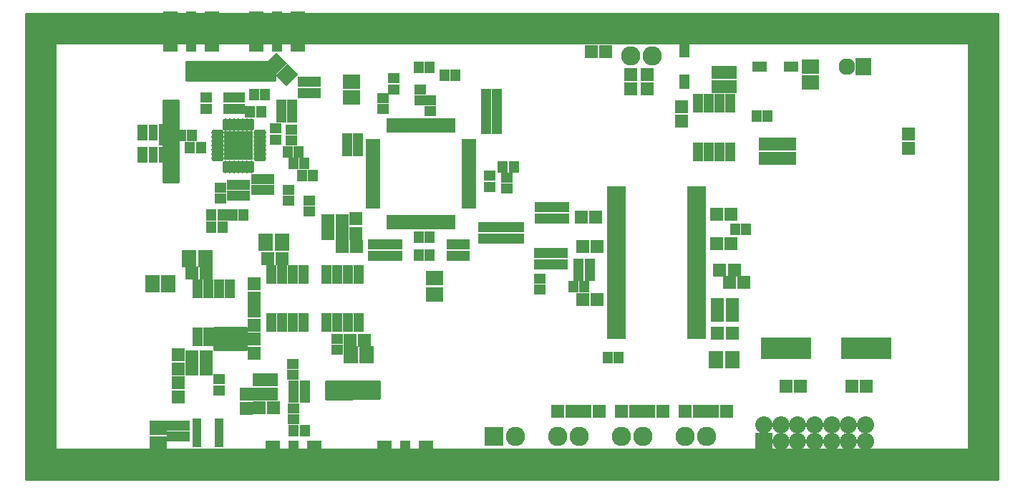
<source format=gts>
G04 (created by PCBNEW-RS274X (2010-02-09)-RC2) date 30.03.2010 12:29:41*
G01*
G70*
G90*
%MOIN*%
G04 Gerber Fmt 3.4, Leading zero omitted, Abs format*
%FSLAX34Y34*%
G04 APERTURE LIST*
%ADD10C,0.005000*%
%ADD11C,0.007900*%
%ADD12R,0.055400X0.047500*%
%ADD13R,0.080000X0.080000*%
%ADD14C,0.080000*%
%ADD15O,0.080000X0.080000*%
%ADD16R,0.236500X0.101900*%
%ADD17R,0.077100X0.079100*%
%ADD18C,0.077100*%
%ADD19O,0.059400X0.029800*%
%ADD20O,0.029800X0.059400*%
%ADD21R,0.138100X0.138100*%
%ADD22C,0.063300*%
%ADD23R,0.047600X0.098700*%
%ADD24R,0.043600X0.075100*%
%ADD25R,0.047600X0.075100*%
%ADD26C,0.090000*%
%ADD27R,0.090000X0.090000*%
%ADD28R,0.051500X0.189300*%
%ADD29R,0.067200X0.189300*%
%ADD30R,0.090900X0.035700*%
%ADD31R,0.047600X0.067200*%
%ADD32R,0.043600X0.067200*%
%ADD33R,0.045000X0.085000*%
%ADD34R,0.059300X0.063300*%
%ADD35R,0.067200X0.047600*%
%ADD36R,0.079000X0.071100*%
%ADD37R,0.063300X0.059300*%
%ADD38R,0.047500X0.055400*%
%ADD39R,0.071100X0.079000*%
%ADD40R,0.067200X0.031400*%
%ADD41R,0.031400X0.067200*%
%ADD42C,0.010000*%
G04 APERTURE END LIST*
G54D10*
G54D11*
X34780Y-44115D02*
X34780Y-22460D01*
X80060Y-44115D02*
X34780Y-44115D01*
X80060Y-22460D02*
X80060Y-44115D01*
X34780Y-22460D02*
X80060Y-22460D01*
G54D12*
X56380Y-30520D03*
X56380Y-30010D03*
G54D13*
X69170Y-42372D03*
G54D14*
X69170Y-41585D03*
X69957Y-42372D03*
X69957Y-41585D03*
G54D15*
X70745Y-42372D03*
X70745Y-41585D03*
X71532Y-42372D03*
X71532Y-41585D03*
X72320Y-42372D03*
X72320Y-41585D03*
X73107Y-42372D03*
X73107Y-41585D03*
X73894Y-42372D03*
X73894Y-41585D03*
G54D16*
X70195Y-38031D03*
X73935Y-38031D03*
G54D17*
X73810Y-24915D03*
G54D18*
X73023Y-24915D03*
G54D19*
X43716Y-28009D03*
X43716Y-28206D03*
X43716Y-28403D03*
X43716Y-28600D03*
X43716Y-28797D03*
X43716Y-28994D03*
X43716Y-29191D03*
G54D20*
X44109Y-29584D03*
X44306Y-29584D03*
X44503Y-29584D03*
X44700Y-29584D03*
X44897Y-29584D03*
X45094Y-29584D03*
X45291Y-29584D03*
G54D19*
X45684Y-29191D03*
X45684Y-28994D03*
X45684Y-28797D03*
X45684Y-28600D03*
X45684Y-28403D03*
X45684Y-28206D03*
X45684Y-28009D03*
G54D20*
X45291Y-27616D03*
X45094Y-27616D03*
X44897Y-27616D03*
X44700Y-27616D03*
X44503Y-27616D03*
X44306Y-27616D03*
X44109Y-27616D03*
G54D21*
X44700Y-28600D03*
G54D22*
X45000Y-28900D03*
X44700Y-28600D03*
X44400Y-28300D03*
X44400Y-28900D03*
X45000Y-28300D03*
G54D23*
X41225Y-28113D03*
G54D24*
X40733Y-27995D03*
G54D25*
X40241Y-27995D03*
X40241Y-29019D03*
G54D24*
X40733Y-29019D03*
G54D25*
X41225Y-29019D03*
G54D26*
X60560Y-42125D03*
X59560Y-42125D03*
X63525Y-42125D03*
X62525Y-42125D03*
X66495Y-42125D03*
X65495Y-42125D03*
G54D27*
X56595Y-42125D03*
G54D26*
X57595Y-42125D03*
G54D28*
X52455Y-43270D03*
G54D29*
X53420Y-43270D03*
X51490Y-43270D03*
G54D28*
X47270Y-43265D03*
G54D29*
X48235Y-43265D03*
X46305Y-43265D03*
G54D28*
X42500Y-23305D03*
G54D29*
X41535Y-23305D03*
X43465Y-23305D03*
G54D28*
X46500Y-23305D03*
G54D29*
X45535Y-23305D03*
X47465Y-23305D03*
G54D30*
X66040Y-37425D03*
X66040Y-37175D03*
X66040Y-36925D03*
X66040Y-36675D03*
X66040Y-36425D03*
X66040Y-36175D03*
X66040Y-35925D03*
X66040Y-35675D03*
X66040Y-35425D03*
X66040Y-35175D03*
X66040Y-34925D03*
X66040Y-34675D03*
X66040Y-34425D03*
X66040Y-34175D03*
X66040Y-33925D03*
X66040Y-33675D03*
X66040Y-33425D03*
X66040Y-33175D03*
X66040Y-32925D03*
X66040Y-32675D03*
X66040Y-32425D03*
X66040Y-32175D03*
X66040Y-31925D03*
X66040Y-31675D03*
X66040Y-31425D03*
X66040Y-31175D03*
X66040Y-30925D03*
X66040Y-30675D03*
X62300Y-30675D03*
X62300Y-30925D03*
X62300Y-31175D03*
X62300Y-31425D03*
X62300Y-31675D03*
X62300Y-31925D03*
X62300Y-32175D03*
X62300Y-32425D03*
X62300Y-32675D03*
X62300Y-32925D03*
X62300Y-33175D03*
X62300Y-33425D03*
X62300Y-33675D03*
X62300Y-33925D03*
X62300Y-34175D03*
X62300Y-34425D03*
X62300Y-34675D03*
X62300Y-34925D03*
X62300Y-35175D03*
X62300Y-35425D03*
X62300Y-35675D03*
X62300Y-35925D03*
X62300Y-36175D03*
X62300Y-36425D03*
X62300Y-36675D03*
X62300Y-36925D03*
X62300Y-37175D03*
X62300Y-37425D03*
G54D31*
X65470Y-25623D03*
X65470Y-24167D03*
G54D32*
X42765Y-42284D03*
X43808Y-42284D03*
X43808Y-41615D03*
X42765Y-41615D03*
G54D33*
X46240Y-36834D03*
X46740Y-36834D03*
X47240Y-36834D03*
X47740Y-36834D03*
X47740Y-34584D03*
X47240Y-34584D03*
X46740Y-34584D03*
X46240Y-34584D03*
G54D26*
X62970Y-24415D03*
X63970Y-24415D03*
G54D33*
X42791Y-37507D03*
X43291Y-37507D03*
X43791Y-37507D03*
X44291Y-37507D03*
X44291Y-35257D03*
X43791Y-35257D03*
X43291Y-35257D03*
X42791Y-35257D03*
X50285Y-34585D03*
X49785Y-34585D03*
X49285Y-34585D03*
X48785Y-34585D03*
X48785Y-36835D03*
X49285Y-36835D03*
X49785Y-36835D03*
X50285Y-36835D03*
X66105Y-28885D03*
X66605Y-28885D03*
X67105Y-28885D03*
X67605Y-28885D03*
X67605Y-26635D03*
X67105Y-26635D03*
X66605Y-26635D03*
X66105Y-26635D03*
G54D34*
X70367Y-28528D03*
X70367Y-29196D03*
X69802Y-28528D03*
X69802Y-29196D03*
X69232Y-28528D03*
X69232Y-29196D03*
G54D35*
X70418Y-24915D03*
X68962Y-24915D03*
G54D36*
X71345Y-24916D03*
X71345Y-25664D03*
G54D34*
X75900Y-28734D03*
X75900Y-28066D03*
G54D37*
X73939Y-39801D03*
X73271Y-39801D03*
X70191Y-39801D03*
X70859Y-39801D03*
G54D34*
X67040Y-25864D03*
X67040Y-25196D03*
X67605Y-25864D03*
X67605Y-25196D03*
G54D38*
X68825Y-27225D03*
X69335Y-27225D03*
G54D34*
X65345Y-26781D03*
X65345Y-27449D03*
X62970Y-25291D03*
X62970Y-25959D03*
X63745Y-25291D03*
X63745Y-25959D03*
G54D37*
X61136Y-24240D03*
X61804Y-24240D03*
X66946Y-31790D03*
X67614Y-31790D03*
G54D38*
X67825Y-32485D03*
X68335Y-32485D03*
G54D37*
X66946Y-33175D03*
X67614Y-33175D03*
X67111Y-34385D03*
X67779Y-34385D03*
X67571Y-34960D03*
X68239Y-34960D03*
X67011Y-35980D03*
X67679Y-35980D03*
X67011Y-36500D03*
X67679Y-36500D03*
X67011Y-37325D03*
X67679Y-37325D03*
G54D39*
X66936Y-38570D03*
X67684Y-38570D03*
G54D38*
X62390Y-38475D03*
X61880Y-38475D03*
G54D37*
X67439Y-40970D03*
X66771Y-40970D03*
X66159Y-40970D03*
X65491Y-40970D03*
X64469Y-40975D03*
X63801Y-40975D03*
X63189Y-40975D03*
X62521Y-40975D03*
X61499Y-40975D03*
X60831Y-40975D03*
X60219Y-40975D03*
X59551Y-40975D03*
X61394Y-35775D03*
X60726Y-35775D03*
G54D38*
X60800Y-35175D03*
X60290Y-35175D03*
X61050Y-34645D03*
X60540Y-34645D03*
X61050Y-34115D03*
X60540Y-34115D03*
G54D12*
X58715Y-35305D03*
X58715Y-34795D03*
X58715Y-33605D03*
X58715Y-34115D03*
X59245Y-33605D03*
X59245Y-34115D03*
X59775Y-33605D03*
X59775Y-34115D03*
G54D37*
X61394Y-33290D03*
X60726Y-33290D03*
X61334Y-31925D03*
X60666Y-31925D03*
G54D12*
X59820Y-31985D03*
X59820Y-31475D03*
X58760Y-31985D03*
X58760Y-31475D03*
X59290Y-31985D03*
X59290Y-31475D03*
X57735Y-32915D03*
X57735Y-32405D03*
X57205Y-32915D03*
X57205Y-32405D03*
X56145Y-32915D03*
X56145Y-32405D03*
X56675Y-32915D03*
X56675Y-32405D03*
X57180Y-30610D03*
X57180Y-30100D03*
G54D38*
X57515Y-29605D03*
X57005Y-29605D03*
X56745Y-27265D03*
X56235Y-27265D03*
X56745Y-27795D03*
X56235Y-27795D03*
X56745Y-26735D03*
X56235Y-26735D03*
X56745Y-26215D03*
X56235Y-26215D03*
G54D12*
X55205Y-33720D03*
X55205Y-33210D03*
X54675Y-33720D03*
X54675Y-33210D03*
G54D38*
X53605Y-32875D03*
X53095Y-32875D03*
X53605Y-33680D03*
X53095Y-33680D03*
G54D12*
X51005Y-33720D03*
X51005Y-33210D03*
X51535Y-33720D03*
X51535Y-33210D03*
X52065Y-33720D03*
X52065Y-33210D03*
G54D36*
X53840Y-34766D03*
X53840Y-35514D03*
G54D12*
X51445Y-26395D03*
X51445Y-26905D03*
X51920Y-25475D03*
X51920Y-25985D03*
G54D38*
X53595Y-24970D03*
X53085Y-24970D03*
G54D12*
X53160Y-26495D03*
X53160Y-25985D03*
X53640Y-27005D03*
X53640Y-26495D03*
G54D38*
X54810Y-25340D03*
X54300Y-25340D03*
X50265Y-28840D03*
X49755Y-28840D03*
X50265Y-28310D03*
X49755Y-28310D03*
G54D36*
X49950Y-26369D03*
X49950Y-25621D03*
G54D12*
X48270Y-25640D03*
X48270Y-26150D03*
X47720Y-25640D03*
X47720Y-26150D03*
G54D10*
G36*
X45891Y-24814D02*
X46449Y-24256D01*
X46951Y-24758D01*
X46393Y-25316D01*
X45891Y-24814D01*
X45891Y-24814D01*
G37*
G36*
X46419Y-25342D02*
X46977Y-24784D01*
X47479Y-25286D01*
X46921Y-25844D01*
X46419Y-25342D01*
X46419Y-25342D01*
G37*
G54D34*
X50172Y-32681D03*
X50172Y-32013D03*
G54D37*
X48858Y-32112D03*
X49526Y-32112D03*
X48858Y-32702D03*
X49526Y-32702D03*
X49528Y-33292D03*
X50196Y-33292D03*
G54D12*
X49285Y-37595D03*
X49285Y-38105D03*
G54D37*
X49881Y-37650D03*
X50549Y-37650D03*
G54D39*
X49921Y-38335D03*
X50669Y-38335D03*
G54D34*
X45058Y-40163D03*
X45058Y-40831D03*
G54D37*
X45649Y-40807D03*
X46317Y-40807D03*
G54D34*
X45648Y-39493D03*
X45648Y-40161D03*
X46238Y-39493D03*
X46238Y-40161D03*
G54D38*
X47270Y-41850D03*
X47780Y-41850D03*
G54D12*
X47270Y-41335D03*
X47270Y-40825D03*
G54D38*
X47270Y-40310D03*
X47780Y-40310D03*
X47270Y-39780D03*
X47780Y-39780D03*
G54D12*
X47240Y-39270D03*
X47240Y-38760D03*
X42175Y-41614D03*
X42175Y-42124D03*
X41625Y-41614D03*
X41625Y-42124D03*
G54D36*
X40955Y-41730D03*
X40955Y-42478D03*
G54D12*
X43790Y-39980D03*
X43790Y-39470D03*
G54D34*
X41895Y-39626D03*
X41895Y-40294D03*
X41895Y-38994D03*
X41895Y-38326D03*
G54D37*
X43194Y-38995D03*
X42526Y-38995D03*
X43194Y-38425D03*
X42526Y-38425D03*
G54D34*
X45415Y-37601D03*
X45415Y-38269D03*
X45415Y-36306D03*
X45415Y-36974D03*
X45415Y-35684D03*
X45415Y-35016D03*
G54D39*
X40681Y-35045D03*
X41429Y-35045D03*
G54D37*
X43199Y-34540D03*
X42531Y-34540D03*
G54D39*
X43159Y-33850D03*
X42411Y-33850D03*
G54D37*
X46740Y-33865D03*
X46072Y-33865D03*
G54D39*
X46719Y-33080D03*
X45971Y-33080D03*
G54D12*
X47985Y-31165D03*
X47985Y-31675D03*
X47020Y-31175D03*
X47020Y-30665D03*
G54D38*
X43955Y-32405D03*
X43445Y-32405D03*
X44935Y-31845D03*
X44425Y-31845D03*
X43955Y-31845D03*
X43445Y-31845D03*
G54D12*
X43865Y-30560D03*
X43865Y-31070D03*
X44965Y-30415D03*
X44965Y-30925D03*
X44415Y-30415D03*
X44415Y-30925D03*
X46105Y-30165D03*
X46105Y-30675D03*
X45555Y-30165D03*
X45555Y-30675D03*
G54D38*
X47650Y-29985D03*
X48160Y-29985D03*
X47265Y-29435D03*
X47775Y-29435D03*
X47000Y-28885D03*
X47510Y-28885D03*
G54D12*
X46420Y-28315D03*
X46420Y-27805D03*
X47155Y-28375D03*
X47155Y-27865D03*
G54D38*
X42955Y-28690D03*
X42445Y-28690D03*
X42530Y-28135D03*
X42020Y-28135D03*
G54D12*
X43195Y-26885D03*
X43195Y-26375D03*
X44275Y-26885D03*
X44275Y-26375D03*
X44730Y-26885D03*
X44730Y-26375D03*
G54D38*
X45245Y-27045D03*
X45755Y-27045D03*
X45435Y-26240D03*
X45945Y-26240D03*
X46690Y-26715D03*
X47200Y-26715D03*
X46690Y-27265D03*
X47200Y-27265D03*
G54D40*
X50946Y-28444D03*
X50946Y-28641D03*
X50946Y-28838D03*
X50946Y-29035D03*
X50946Y-29232D03*
X50946Y-29428D03*
X50946Y-29625D03*
X50946Y-29822D03*
X50946Y-30018D03*
X50946Y-30215D03*
X50946Y-30412D03*
X50946Y-30608D03*
X50946Y-30805D03*
X50946Y-31002D03*
X50946Y-31199D03*
X50946Y-31396D03*
G54D41*
X51714Y-32164D03*
X51911Y-32164D03*
X52108Y-32164D03*
X52305Y-32164D03*
X52502Y-32164D03*
X52698Y-32164D03*
X52895Y-32164D03*
X53092Y-32164D03*
X53288Y-32164D03*
X53485Y-32164D03*
X53682Y-32164D03*
X53878Y-32164D03*
X54075Y-32164D03*
X54272Y-32164D03*
X54469Y-32164D03*
X54666Y-32164D03*
G54D40*
X55434Y-31396D03*
X55434Y-31199D03*
X55434Y-31002D03*
X55434Y-30805D03*
X55434Y-30608D03*
X55434Y-30412D03*
X55434Y-30215D03*
X55434Y-30018D03*
X55434Y-29822D03*
X55434Y-29625D03*
X55434Y-29428D03*
X55434Y-29232D03*
X55434Y-29035D03*
X55434Y-28838D03*
X55434Y-28641D03*
X55434Y-28444D03*
G54D41*
X54666Y-27676D03*
X54469Y-27676D03*
X54272Y-27676D03*
X54075Y-27676D03*
X53878Y-27676D03*
X53682Y-27676D03*
X53485Y-27676D03*
X53288Y-27676D03*
X53092Y-27676D03*
X52895Y-27676D03*
X52698Y-27676D03*
X52502Y-27676D03*
X52305Y-27676D03*
X52108Y-27676D03*
X51911Y-27676D03*
X51714Y-27676D03*
G54D10*
G36*
X46400Y-25550D02*
X46400Y-24700D01*
X42250Y-24700D01*
X42250Y-25550D01*
X46400Y-25550D01*
X46400Y-25550D01*
G37*
G54D42*
X46400Y-25550D02*
X46400Y-24700D01*
X42250Y-24700D01*
X42250Y-25550D01*
X46400Y-25550D01*
G54D10*
G36*
X41900Y-30300D02*
X41900Y-26500D01*
X41200Y-26500D01*
X41200Y-30300D01*
X41900Y-30300D01*
X41900Y-30300D01*
G37*
G54D42*
X41900Y-30300D02*
X41900Y-26500D01*
X41200Y-26500D01*
X41200Y-30300D01*
X41900Y-30300D01*
G54D10*
G36*
X45050Y-38100D02*
X45050Y-37050D01*
X43550Y-37050D01*
X43550Y-38100D01*
X45050Y-38100D01*
X45050Y-38100D01*
G37*
G54D42*
X45050Y-38100D02*
X45050Y-37050D01*
X43550Y-37050D01*
X43550Y-38100D01*
X45050Y-38100D01*
G54D10*
G36*
X48750Y-40400D02*
X51250Y-40350D01*
X51250Y-39550D01*
X48750Y-39550D01*
X48750Y-40400D01*
X48750Y-40400D01*
G37*
G54D42*
X48750Y-40400D02*
X51250Y-40350D01*
X51250Y-39550D01*
X48750Y-39550D01*
X48750Y-40400D01*
G54D10*
G36*
X80060Y-44115D02*
X80060Y-22460D01*
X34780Y-22460D01*
X34780Y-44115D01*
X36160Y-44115D01*
X36160Y-42735D01*
X36160Y-23840D01*
X78680Y-23840D01*
X78680Y-42735D01*
X36160Y-42735D01*
X36160Y-44115D01*
X80060Y-44115D01*
X80060Y-44115D01*
G37*
G54D42*
X80060Y-44115D02*
X80060Y-22460D01*
X34780Y-22460D01*
X34780Y-44115D01*
X36160Y-44115D01*
X36160Y-42735D01*
X36160Y-23840D01*
X78680Y-23840D01*
X78680Y-42735D01*
X36160Y-42735D01*
X36160Y-44115D01*
X80060Y-44115D01*
M02*

</source>
